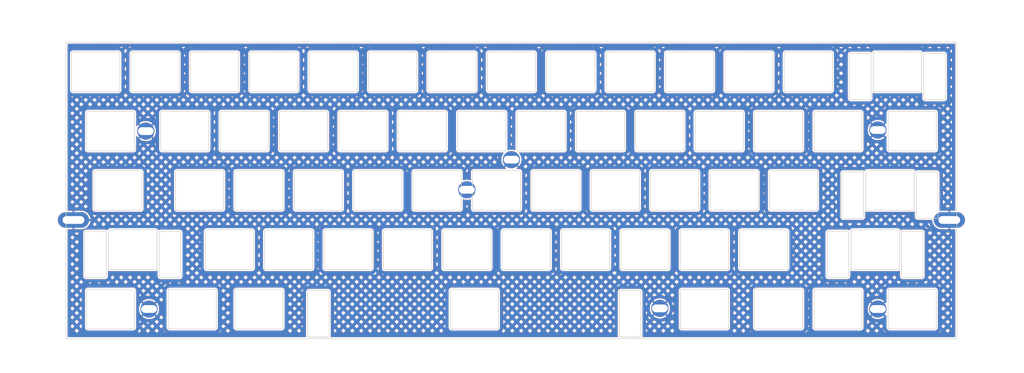
<source format=kicad_pcb>
(kicad_pcb (version 20211014) (generator pcbnew)
  (layers (0 "F.Cu" signal) (31 "B.Cu" signal) (34 "B.Paste" user) (35 "F.Paste" user) (36 "B.SilkS" user "B.Silkscreen") (37 "F.SilkS" user "F.Silkscreen") (38 "B.Mask" user) (39 "F.Mask" user) (44 "Edge.Cuts" user))
  (net 0 "")
  (net 1 "GND")
  (footprint "footprints:10x5_7x2.5mm" (layer "F.Cu") (at 2.381252 57.125)
    (fp_text reference "S4" hide)
    (fp_text value "Screw")
    (pad "1" thru_hole oval locked (at 0 0) (size 10 5) (drill oval 7 2.5) (layers *.Cu *.Mask) (net 1 "GND"))
  )
  (footprint "footprints:10x5_7x2.5mm" (layer "F.Cu") (at 283.368988 57.125)
    (fp_text reference "S5" hide)
    (fp_text value "Screw")
    (pad "1" thru_hole oval locked (at 0 0) (size 10 5) (drill oval 7 2.5) (layers *.Cu *.Mask) (net 1 "GND"))
  )
  (footprint "footprints:5.5_5x2.5mm" (layer "F.Cu") (at 26.625 85.725072)
    (fp_text reference "S8" hide)
    (fp_text value "Tofu screw")
    (pad "1" thru_hole circle locked (at 0 0) (size 5.5 5.5) (drill oval 5 2.5) (layers *.Cu *.Mask) (net 1 "GND"))
  )
  (footprint "footprints:5.5_5x2.5mm" (layer "F.Cu") (at 142.875 37.75)
    (fp_text reference "S7" hide)
    (fp_text value "Tofu screw")
    (pad "1" thru_hole circle locked (at 0 0) (size 5.5 5.5) (drill oval 5 2.5) (layers *.Cu *.Mask) (net 1 "GND"))
  )
  (footprint "footprints:5.5_5x2.5mm" (layer "F.Cu") (at 260.43 85.725072)
    (fp_text reference "S9" hide)
    (fp_text value "Tofu screw")
    (pad "1" thru_hole circle locked (at 0 0) (size 5.5 5.5) (drill oval 5 2.5) (layers *.Cu *.Mask) (net 1 "GND"))
  )
  (footprint "footprints:5.5_5x2.5mm" (layer "F.Cu") (at 260.425 28.22705)
    (fp_text reference "S2" hide)
    (fp_text value "Screw")
    (pad "1" thru_hole circle locked (at 0 0) (size 5.5 5.5) (drill oval 5 2.5) (layers *.Cu *.Mask) (net 1 "GND"))
  )
  (footprint "footprints:5.5_5x2.5mm" (layer "F.Cu") (at 25.6 28.575024)
    (fp_text reference "S1" hide)
    (fp_text value "Screw")
    (pad "1" thru_hole circle locked (at 0 0) (size 5.5 5.5) (drill oval 5 2.5) (layers *.Cu *.Mask) (net 1 "GND"))
  )
  (footprint "footprints:5.5_5x2.5mm" (layer "F.Cu") (at 128.587608 47.42504)
    (fp_text reference "S3" hide)
    (fp_text value "Screw")
    (pad "1" thru_hole circle locked (at 0 0) (size 5.5 5.5) (drill oval 5 2.5) (layers *.Cu *.Mask) (net 1 "GND"))
  )
  (footprint "footprints:5.5_5x2.5mm" (layer "F.Cu") (at 190.50016 85.525)
    (fp_text reference "S6" hide)
    (fp_text value "Screw")
    (pad "1" thru_hole circle locked (at 0 0) (size 5.5 5.5) (drill oval 5 2.5) (layers *.Cu *.Mask) (net 1 "GND"))
  )
  (gr_arc (start 149.9125 54.025) (mid 149.558947 53.878553) (end 149.4125 53.525) (layer "Edge.Cuts") (width 0.2))
  (gr_arc (start 40.375 15.925) (mid 40.021447 15.778553) (end 39.875 15.425) (layer "Edge.Cuts") (width 0.2))
  (gr_line (start 64.9 22.675) (end 64.9 34.475) (layer "Edge.Cuts") (width 0.2))
  (gr_line (start 282.138 4.025) (end 282.138 18.025) (layer "Edge.Cuts") (width 0.2))
  (gr_line (start 49.4 22.675) (end 49.4 34.475) (layer "Edge.Cuts") (width 0.2))
  (gr_line (start 73.2125 41.725) (end 73.2125 53.525) (layer "Edge.Cuts") (width 0.2))
  (gr_line (start 267.99425 61.175) (end 267.99425 75.175) (layer "Edge.Cuts") (width 0.2))
  (gr_line (start 216.5875 60.275) (end 231.0875 60.275) (layer "Edge.Cuts") (width 0.2))
  (gr_line (start 245.875 3.625) (end 245.875 15.425) (layer "Edge.Cuts") (width 0.2))
  (gr_arc (start 154.175 3.625) (mid 154.321447 3.271447) (end 154.675 3.125) (layer "Edge.Cuts") (width 0.2))
  (gr_line (start 279.75675 42.125) (end 279.75675 56.125) (layer "Edge.Cuts") (width 0.2))
  (gr_line (start 164.9125 41.725) (end 164.9125 53.525) (layer "Edge.Cuts") (width 0.2))
  (gr_arc (start 45.85 34.475) (mid 45.703553 34.828553) (end 45.35 34.975) (layer "Edge.Cuts") (width 0.2))
  (gr_arc (start 12.49325 60.675) (mid 12.846803 60.821447) (end 12.99325 61.175) (layer "Edge.Cuts") (width 0.2))
  (gr_line (start 93.475 3.625) (end 93.475 15.425) (layer "Edge.Cuts") (width 0.2))
  (gr_line (start 21.325 15.925) (end 35.825 15.925) (layer "Edge.Cuts") (width 0.2))
  (gr_arc (start 144.65 22.675) (mid 144.796447 22.321447) (end 145.15 22.175) (layer "Edge.Cuts") (width 0.2))
  (gr_line (start 29.18125 60.775) (end 29.18125 72.575) (layer "Edge.Cuts") (width 0.2))
  (gr_arc (start 273.95 3.125) (mid 274.303553 3.271447) (end 274.45 3.625) (layer "Edge.Cuts") (width 0.2))
  (gr_line (start 35.6125 41.225) (end 50.1125 41.225) (layer "Edge.Cuts") (width 0.2))
  (gr_line (start 173.725 15.925) (end 188.225 15.925) (layer "Edge.Cuts") (width 0.2))
  (gr_arc (start 278.7125 79.325) (mid 279.066053 79.471447) (end 279.2125 79.825) (layer "Edge.Cuts") (width 0.2))
  (gr_line (start 230.375 3.625) (end 230.375 15.425) (layer "Edge.Cuts") (width 0.2))
  (gr_line (start 244.61825 75.675) (end 250.61825 75.675) (layer "Edge.Cuts") (width 0.2))
  (gr_line (start 135.625 15.925) (end 150.125 15.925) (layer "Edge.Cuts") (width 0.2))
  (gr_line (start 184.46875 80.225) (end 184.46875 94.225) (layer "Edge.Cuts") (width 0.2))
  (gr_arc (start 188.0125 54.025) (mid 187.658947 53.878553) (end 187.5125 53.525) (layer "Edge.Cuts") (width 0.2))
  (gr_arc (start 135.8375 60.275) (mid 136.191053 60.421447) (end 136.3375 60.775) (layer "Edge.Cuts") (width 0.2))
  (gr_line (start 216.5875 73.075) (end 231.0875 73.075) (layer "Edge.Cuts") (width 0.2))
  (gr_arc (start 112.025 3.125) (mid 112.378553 3.271447) (end 112.525 3.625) (layer "Edge.Cuts") (width 0.2))
  (gr_arc (start 173.725 15.925) (mid 173.371447 15.778553) (end 173.225 15.425) (layer "Edge.Cuts") (width 0.2))
  (gr_line (start 183.9625 41.725) (end 183.9625 53.525) (layer "Edge.Cuts") (width 0.2))
  (gr_line (start 174.4375 60.775) (end 174.4375 72.575) (layer "Edge.Cuts") (width 0.2))
  (gr_arc (start 236.35 34.475) (mid 236.203553 34.828553) (end 235.85 34.975) (layer "Edge.Cuts") (width 0.2))
  (gr_line (start 173.725 3.125) (end 188.225 3.125) (layer "Edge.Cuts") (width 0.2))
  (gr_arc (start 116.075 3.625) (mid 116.221447 3.271447) (end 116.575 3.125) (layer "Edge.Cuts") (width 0.2))
  (gr_arc (start 154.8875 60.275) (mid 155.241053 60.421447) (end 155.3875 60.775) (layer "Edge.Cuts") (width 0.2))
  (gr_arc (start 159.65 22.175) (mid 160.003553 22.321447) (end 160.15 22.675) (layer "Edge.Cuts") (width 0.2))
  (gr_line (start 88 22.175) (end 102.5 22.175) (layer "Edge.Cuts") (width 0.2))
  (gr_arc (start 203.0125 53.525) (mid 202.866053 53.878553) (end 202.5125 54.025) (layer "Edge.Cuts") (width 0.2))
  (gr_line (start 188.0125 54.025) (end 202.5125 54.025) (layer "Edge.Cuts") (width 0.2))
  (gr_arc (start 212.0375 60.275) (mid 212.391053 60.421447) (end 212.5375 60.775) (layer "Edge.Cuts") (width 0.2))
  (gr_arc (start 22.0375 91.625) (mid 21.891053 91.978553) (end 21.5375 92.125) (layer "Edge.Cuts") (width 0.2))
  (gr_arc (start 6.5375 79.825) (mid 6.683947 79.471447) (end 7.0375 79.325) (layer "Edge.Cuts") (width 0.2))
  (gr_line (start 159.4375 73.075) (end 173.9375 73.075) (layer "Edge.Cuts") (width 0.2))
  (gr_line (start 45.85 22.675) (end 45.85 34.475) (layer "Edge.Cuts") (width 0.2))
  (gr_line (start 275.638 3.525) (end 281.638 3.525) (layer "Edge.Cuts") (width 0.2))
  (gr_line (start 158.9375 60.775) (end 158.9375 72.575) (layer "Edge.Cuts") (width 0.2))
  (gr_arc (start 122.05 34.475) (mid 121.903553 34.828553) (end 121.55 34.975) (layer "Edge.Cuts") (width 0.2))
  (gr_line (start 183.25 22.175) (end 197.75 22.175) (layer "Edge.Cuts") (width 0.2))
  (gr_arc (start 97.025 3.625) (mid 97.171447 3.271447) (end 97.525 3.125) (layer "Edge.Cuts") (width 0.2))
  (gr_arc (start 92.2625 41.725) (mid 92.408947 41.371447) (end 92.7625 41.225) (layer "Edge.Cuts") (width 0.2))
  (gr_line (start 273.25675 56.625) (end 279.25675 56.625) (layer "Edge.Cuts") (width 0.2))
  (gr_arc (start 256.56875 41.725) (mid 256.715197 41.371447) (end 257.06875 41.225) (layer "Edge.Cuts") (width 0.2))
  (gr_line (start 144.65 22.675) (end 144.65 34.475) (layer "Edge.Cuts") (width 0.2))
  (gr_line (start 131.575 3.625) (end 131.575 15.425) (layer "Edge.Cuts") (width 0.2))
  (gr_line (start 197.0375 60.775) (end 197.0375 72.575) (layer "Edge.Cuts") (width 0.2))
  (gr_line (start 264.2125 79.325) (end 278.7125 79.325) (layer "Edge.Cuts") (width 0.2))
  (gr_arc (start 149.4125 41.725) (mid 149.558947 41.371447) (end 149.9125 41.225) (layer "Edge.Cuts") (width 0.2))
  (gr_arc (start 188.725 15.425) (mid 188.578553 15.778553) (end 188.225 15.925) (layer "Edge.Cuts") (width 0.2))
  (gr_line (start 54.6625 79.325) (end 69.1625 79.325) (layer "Edge.Cuts") (width 0.2))
  (gr_arc (start 82.7375 60.775) (mid 82.883947 60.421447) (end 83.2375 60.275) (layer "Edge.Cuts") (width 0.2))
  (gr_line (start 13.68125 60.775) (end 13.68125 72.575) (layer "Edge.Cuts") (width 0.2))
  (gr_arc (start 150.125 3.125) (mid 150.478553 3.271447) (end 150.625 3.625) (layer "Edge.Cuts") (width 0.2))
  (gr_arc (start 278.7125 22.175) (mid 279.066053 22.321447) (end 279.2125 22.675) (layer "Edge.Cuts") (width 0.2))
  (gr_arc (start 258.262 18.025) (mid 258.115553 18.378553) (end 257.762 18.525) (layer "Edge.Cuts") (width 0.2))
  (gr_arc (start 163.7 22.675) (mid 163.846447 22.321447) (end 164.2 22.175) (layer "Edge.Cuts") (width 0.2))
  (gr_line (start 111.8125 54.025) (end 126.3125 54.025) (layer "Edge.Cuts") (width 0.2))
  (gr_line (start 178.4875 73.075) (end 192.9875 73.075) (layer "Edge.Cuts") (width 0.2))
  (gr_arc (start 197.5375 92.125) (mid 197.183947 91.978553) (end 197.0375 91.625) (layer "Edge.Cuts") (width 0.2))
  (gr_arc (start 123.21875 79.825) (mid 123.365197 79.471447) (end 123.71875 79.325) (layer "Edge.Cuts") (width 0.2))
  (gr_arc (start 49.4 22.675) (mid 49.546447 22.321447) (end 49.9 22.175) (layer "Edge.Cuts") (width 0.2))
  (gr_arc (start 207.275 3.125) (mid 207.628553 3.271447) (end 207.775 3.625) (layer "Edge.Cuts") (width 0.2))
  (gr_arc (start 54.6625 54.025) (mid 54.308947 53.878553) (end 54.1625 53.525) (layer "Edge.Cuts") (width 0.2))
  (gr_line (start 54.1625 79.825) (end 54.1625 91.625) (layer "Edge.Cuts") (width 0.2))
  (gr_arc (start 177.46875 80.225) (mid 177.615197 79.871447) (end 177.96875 79.725) (layer "Edge.Cuts") (width 0.2))
  (gr_arc (start 141.1 34.475) (mid 140.953553 34.828553) (end 140.6 34.975) (layer "Edge.Cuts") (width 0.2))
  (gr_arc (start 279.75675 56.125) (mid 279.610303 56.478553) (end 279.25675 56.625) (layer "Edge.Cuts") (width 0.2))
  (gr_line (start 139.8875 60.775) (end 139.8875 72.575) (layer "Edge.Cuts") (width 0.2))
  (gr_arc (start 44.6375 60.775) (mid 44.783947 60.421447) (end 45.1375 60.275) (layer "Edge.Cuts") (width 0.2))
  (gr_line (start 78.475 3.125) (end 92.975 3.125) (layer "Edge.Cuts") (width 0.2))
  (gr_line (start 259.45 15.925) (end 273.95 15.925) (layer "Edge.Cuts") (width 0.2))
  (gr_arc (start 78.6875 60.275) (mid 79.041053 60.421447) (end 79.1875 60.775) (layer "Edge.Cuts") (width 0.2))
  (gr_line (start 168.4625 41.725) (end 168.4625 53.525) (layer "Edge.Cuts") (width 0.2))
  (gr_arc (start 60.1375 72.575) (mid 59.991053 72.928553) (end 59.6375 73.075) (layer "Edge.Cuts") (width 0.2))
  (gr_line (start 20.825 3.625) (end 20.825 15.425) (layer "Edge.Cuts") (width 0.2))
  (gr_line (start 149.9125 54.025) (end 164.4125 54.025) (layer "Edge.Cuts") (width 0.2))
  (gr_line (start 30.85 22.175) (end 45.35 22.175) (layer "Edge.Cuts") (width 0.2))
  (gr_line (start 182.75 22.675) (end 182.75 34.475) (layer "Edge.Cuts") (width 0.2))
  (gr_arc (start 23.91875 41.225) (mid 24.272303 41.371447) (end 24.41875 41.725) (layer "Edge.Cuts") (width 0.2))
  (gr_line (start 12.99325 61.175) (end 12.99325 75.175) (layer "Edge.Cuts") (width 0.2))
  (gr_line (start 222.0625 41.725) (end 222.0625 53.525) (layer "Edge.Cuts") (width 0.2))
  (gr_arc (start 36.36925 60.675) (mid 36.722803 60.821447) (end 36.86925 61.175) (layer "Edge.Cuts") (width 0.2))
  (gr_arc (start 279.2125 91.625) (mid 279.066053 91.978553) (end 278.7125 92.125) (layer "Edge.Cuts") (width 0.2))
  (gr_arc (start 54.1625 41.725) (mid 54.308947 41.371447) (end 54.6625 41.225) (layer "Edge.Cuts") (width 0.2))
  (gr_line (start 59.425 3.125) (end 73.925 3.125) (layer "Edge.Cuts") (width 0.2))
  (gr_arc (start 138.71875 91.625) (mid 138.572303 91.978553) (end 138.21875 92.125) (layer "Edge.Cuts") (width 0.2))
  (gr_line (start 82.7375 60.775) (end 82.7375 72.575) (layer "Edge.Cuts") (width 0.2))
  (gr_arc (start 107.7625 53.525) (mid 107.616053 53.878553) (end 107.2625 54.025) (layer "Edge.Cuts") (width 0.2))
  (gr_line (start 177.9875 60.775) (end 177.9875 72.575) (layer "Edge.Cuts") (width 0.2))
  (gr_arc (start 240.4 34.975) (mid 240.046447 34.828553) (end 239.9 34.475) (layer "Edge.Cuts") (width 0.2))
  (gr_arc (start 35.6125 54.025) (mid 35.258947 53.878553) (end 35.1125 53.525) (layer "Edge.Cuts") (width 0.2))
  (gr_arc (start 131.075 3.125) (mid 131.428553 3.271447) (end 131.575 3.625) (layer "Edge.Cuts") (width 0.2))
  (gr_arc (start 178.4875 73.075) (mid 178.133947 72.928553) (end 177.9875 72.575) (layer "Edge.Cuts") (width 0.2))
  (gr_line (start 69.6625 79.825) (end 69.6625 91.625) (layer "Edge.Cuts") (width 0.2))
  (gr_arc (start 239.9 79.825) (mid 240.046447 79.471447) (end 240.4 79.325) (layer "Edge.Cuts") (width 0.2))
  (gr_arc (start 201.8 22.675) (mid 201.946447 22.321447) (end 202.3 22.175) (layer "Edge.Cuts") (width 0.2))
  (gr_arc (start 83.2375 73.075) (mid 82.883947 72.928553) (end 82.7375 72.575) (layer "Edge.Cuts") (width 0.2))
  (gr_line (start 240.4 92.125) (end 254.9 92.125) (layer "Edge.Cuts") (width 0.2))
  (gr_arc (start 77.46875 80.225) (mid 77.615197 79.871447) (end 77.96875 79.725) (layer "Edge.Cuts") (width 0.2))
  (gr_arc (start 245.375 3.125) (mid 245.728553 3.271447) (end 245.875 3.625) (layer "Edge.Cuts") (width 0.2))
  (gr_arc (start 226.325 3.125) (mid 226.678553 3.271447) (end 226.825 3.625) (layer "Edge.Cuts") (width 0.2))
  (gr_line (start 203.0125 41.725) (end 203.0125 53.525) (layer "Edge.Cuts") (width 0.2))
  (gr_line (start 177.46875 80.225) (end 177.46875 94.225) (layer "Edge.Cuts") (width 0.2))
  (gr_arc (start 24.41875 53.525) (mid 24.272303 53.878553) (end 23.91875 54.025) (layer "Edge.Cuts") (width 0.2))
  (gr_arc (start 226.825 15.425) (mid 226.678553 15.778553) (end 226.325 15.925) (layer "Edge.Cuts") (width 0.2))
  (gr_arc (start 39.875 3.625) (mid 40.021447 3.271447) (end 40.375 3.125) (layer "Edge.Cuts") (width 0.2))
  (gr_arc (start 183.96875 79.725) (mid 184.322303 79.871447) (end 184.46875 80.225) (layer "Edge.Cuts") (width 0.2))
  (gr_arc (start 281.638 3.525) (mid 281.991553 3.671447) (end 282.138 4.025) (layer "Edge.Cuts") (width 0.2))
  (gr_arc (start 63.6875 60.775) (mid 63.833947 60.421447) (end 64.1875 60.275) (layer "Edge.Cuts") (width 0.2))
  (gr_line (start 275.638 18.525) (end 281.638 18.525) (layer "Edge.Cuts") (width 0.2))
  (gr_arc (start 120.8375 60.775) (mid 120.983947 60.421447) (end 121.3375 60.275) (layer "Edge.Cuts") (width 0.2))
  (gr_arc (start 192.9875 60.275) (mid 193.341053 60.421447) (end 193.4875 60.775) (layer "Edge.Cuts") (width 0.2))
  (gr_line (start 130.8625 41.225) (end 145.3625 41.225) (layer "Edge.Cuts") (width 0.2))
  (gr_arc (start 197.75 22.175) (mid 198.103553 22.321447) (end 198.25 22.675) (layer "Edge.Cuts") (width 0.2))
  (gr_line (start 159.4375 60.275) (end 173.9375 60.275) (layer "Edge.Cuts") (width 0.2))
  (gr_line (start 123.71875 79.325) (end 138.21875 79.325) (layer "Edge.Cuts") (width 0.2))
  (gr_arc (start 158.9375 60.775) (mid 159.083947 60.421447) (end 159.4375 60.275) (layer "Edge.Cuts") (width 0.2))
  (gr_arc (start 183.9625 53.525) (mid 183.816053 53.878553) (end 183.4625 54.025) (layer "Edge.Cuts") (width 0.2))
  (gr_line (start 123.71875 92.125) (end 138.21875 92.125) (layer "Edge.Cuts") (width 0.2))
  (gr_arc (start 254.9 22.175) (mid 255.253553 22.321447) (end 255.4 22.675) (layer "Edge.Cuts") (width 0.2))
  (gr_arc (start 221.35 92.125) (mid 220.996447 91.978553) (end 220.85 91.625) (layer "Edge.Cuts") (width 0.2))
  (gr_arc (start 88 34.975) (mid 87.646447 34.828553) (end 87.5 34.475) (layer "Edge.Cuts") (width 0.2))
  (gr_line (start 54.1625 41.725) (end 54.1625 53.525) (layer "Edge.Cuts") (width 0.2))
  (gr_arc (start 169.675 15.425) (mid 169.528553 15.778553) (end 169.175 15.925) (layer "Edge.Cuts") (width 0.2))
  (gr_arc (start 30.85 34.975) (mid 30.496447 34.828553) (end 30.35 34.475) (layer "Edge.Cuts") (width 0.2))
  (gr_arc (start 235.85 22.175) (mid 236.203553 22.321447) (end 236.35 22.675) (layer "Edge.Cuts") (width 0.2))
  (gr_line (start 54.6625 54.025) (end 69.1625 54.025) (layer "Edge.Cuts") (width 0.2))
  (gr_arc (start 235.85 79.325) (mid 236.203553 79.471447) (end 236.35 79.825) (layer "Edge.Cuts") (width 0.2))
  (gr_arc (start 160.15 34.475) (mid 160.003553 34.828553) (end 159.65 34.975) (layer "Edge.Cuts") (width 0.2))
  (gr_arc (start 212.5375 91.625) (mid 212.391053 91.978553) (end 212.0375 92.125) (layer "Edge.Cuts") (width 0.2))
  (gr_arc (start 273.25675 56.625) (mid 272.903197 56.478553) (end 272.75675 56.125) (layer "Edge.Cuts") (width 0.2))
  (gr_arc (start 244.61825 75.675) (mid 244.264697 75.528553) (end 244.11825 75.175) (layer "Edge.Cuts") (width 0.2))
  (gr_line (start 149.9125 41.225) (end 164.4125 41.225) (layer "Edge.Cuts") (width 0.2))
  (gr_line (start 145.15 22.175) (end 159.65 22.175) (layer "Edge.Cuts") (width 0.2))
  (gr_line (start 285.75 95.25) (end 285.75 0) (layer "Edge.Cuts") (width 0.2))
  (gr_arc (start 68.45 22.675) (mid 68.596447 22.321447) (end 68.95 22.175) (layer "Edge.Cuts") (width 0.2))
  (gr_arc (start 68.95 34.975) (mid 68.596447 34.828553) (end 68.45 34.475) (layer "Edge.Cuts") (width 0.2))
  (gr_line (start 64.1875 60.275) (end 78.6875 60.275) (layer "Edge.Cuts") (width 0.2))
  (gr_line (start 44.6375 60.775) (end 44.6375 72.575) (layer "Edge.Cuts") (width 0.2))
  (gr_line (start 150.625 3.625) (end 150.625 15.425) (layer "Edge.Cuts") (width 0.2))
  (gr_line (start 60.1375 60.775) (end 60.1375 72.575) (layer "Edge.Cuts") (width 0.2))
  (gr_line (start 192.775 3.125) (end 207.275 3.125) (layer "Edge.Cuts") (width 0.2))
  (gr_arc (start 36.86925 75.175) (mid 36.722803 75.528553) (end 36.36925 75.675) (layer "Edge.Cuts") (width 0.2))
  (gr_arc (start 49.9 34.975) (mid 49.546447 34.828553) (end 49.4 34.475) (layer "Edge.Cuts") (width 0.2))
  (gr_line (start 8.91875 41.725) (end 8.91875 53.525) (layer "Edge.Cuts") (width 0.2))
  (gr_line (start 64.1875 73.075) (end 78.6875 73.075) (layer "Edge.Cuts") (width 0.2))
  (gr_arc (start 216.8 22.175) (mid 217.153553 22.321447) (end 217.3 22.675) (layer "Edge.Cuts") (width 0.2))
  (gr_line (start 83.95 22.675) (end 83.95 34.475) (layer "Edge.Cuts") (width 0.2))
  (gr_arc (start 121.55 22.175) (mid 121.903553 22.321447) (end 122.05 22.675) (layer "Edge.Cuts") (width 0.2))
  (gr_line (start 107.7625 41.725) (end 107.7625 53.525) (layer "Edge.Cuts") (width 0.2))
  (gr_line (start 21.325 3.125) (end 35.825 3.125) (layer "Edge.Cuts") (width 0.2))
  (gr_line (start 217.3 22.675) (end 217.3 34.475) (layer "Edge.Cuts") (width 0.2))
  (gr_arc (start 251.762 18.525) (mid 251.408447 18.378553) (end 251.262 18.025) (layer "Edge.Cuts") (width 0.2))
  (gr_line (start 36.325 3.625) (end 36.325 15.425) (layer "Edge.Cuts") (width 0.2))
  (gr_arc (start 248.88075 42.125) (mid 249.027197 41.771447) (end 249.38075 41.625) (layer "Edge.Cuts") (width 0.2))
  (gr_arc (start 255.88075 56.125) (mid 255.734303 56.478553) (end 255.38075 56.625) (layer "Edge.Cuts") (width 0.2))
  (gr_line (start 252.30625 60.275) (end 266.80625 60.275) (layer "Edge.Cuts") (width 0.2))
  (gr_line (start 257.06875 41.225) (end 271.56875 41.225) (layer "Edge.Cuts") (width 0.2))
  (gr_arc (start 179.2 34.475) (mid 179.053553 34.828553) (end 178.7 34.975) (layer "Edge.Cuts") (width 0.2))
  (gr_line (start 2.275 3.125) (end 16.775 3.125) (layer "Edge.Cuts") (width 0.2))
  (gr_arc (start 130.3625 41.725) (mid 130.508947 41.371447) (end 130.8625 41.225) (layer "Edge.Cuts") (width 0.2))
  (gr_line (start 50.6125 41.725) (end 50.6125 53.525) (layer "Edge.Cuts") (width 0.2))
  (gr_line (start 30.36925 60.675) (end 36.36925 60.675) (layer "Edge.Cuts") (width 0.2))
  (gr_line (start 98.2375 60.775) (end 98.2375 72.575) (layer "Edge.Cuts") (width 0.2))
  (gr_line (start 79.1875 60.775) (end 79.1875 72.575) (layer "Edge.Cuts") (width 0.2))
  (gr_arc (start 7.0375 92.125) (mid 6.683947 91.978553) (end 6.5375 91.625) (layer "Edge.Cuts") (width 0.2))
  (gr_arc (start 88.7125 53.525) (mid 88.566053 53.878553) (end 88.2125 54.025) (layer "Edge.Cuts") (width 0.2))
  (gr_line (start 17.275 3.625) (end 17.275 15.425) (layer "Edge.Cuts") (width 0.2))
  (gr_arc (start 21.5375 79.325) (mid 21.891053 79.471447) (end 22.0375 79.825) (layer "Edge.Cuts") (width 0.2))
  (gr_arc (start 16.775 3.125) (mid 17.128553 3.271447) (end 17.275 3.625) (layer "Edge.Cuts") (width 0.2))
  (gr_line (start 101.7875 60.775) (end 101.7875 72.575) (layer "Edge.Cuts") (width 0.2))
  (gr_arc (start 240.6125 41.225) (mid 240.966053 41.371447) (end 241.1125 41.725) (layer "Edge.Cuts") (width 0.2))
  (gr_arc (start 50.1125 41.225) (mid 50.466053 41.371447) (end 50.6125 41.725) (layer "Edge.Cuts") (width 0.2))
  (gr_arc (start 264.2125 34.975) (mid 263.858947 34.828553) (end 263.7125 34.475) (layer "Edge.Cuts") (width 0.2))
  (gr_line (start 121.3375 60.275) (end 135.8375 60.275) (layer "Edge.Cuts") (width 0.2))
  (gr_arc (start 164.9125 53.525) (mid 164.766053 53.878553) (end 164.4125 54.025) (layer "Edge.Cuts") (width 0.2))
  (gr_line (start 197.5375 79.325) (end 212.0375 79.325) (layer "Edge.Cuts") (width 0.2))
  (gr_line (start 202.3 22.175) (end 216.8 22.175) (layer "Edge.Cuts") (width 0.2))
  (gr_arc (start 54.6625 92.125) (mid 54.308947 91.978553) (end 54.1625 91.625) (layer "Edge.Cuts") (width 0.2))
  (gr_arc (start 69.6625 91.625) (mid 69.516053 91.978553) (end 69.1625 92.125) (layer "Edge.Cuts") (width 0.2))
  (gr_line (start 112.525 3.625) (end 112.525 15.425) (layer "Edge.Cuts") (width 0.2))
  (gr_line (start 48.23125 79.825) (end 48.23125 91.625) (layer "Edge.Cuts") (width 0.2))
  (gr_arc (start 58.925 3.625) (mid 59.071447 3.271447) (end 59.425 3.125) (layer "Edge.Cuts") (width 0.2))
  (gr_line (start 92.7625 41.225) (end 107.2625 41.225) (layer "Edge.Cuts") (width 0.2))
  (gr_arc (start 64.9 34.475) (mid 64.753553 34.828553) (end 64.4 34.975) (layer "Edge.Cuts") (width 0.2))
  (gr_arc (start 47.73125 79.325) (mid 48.084803 79.471447) (end 48.23125 79.825) (layer "Edge.Cuts") (width 0.2))
  (gr_line (start 7.0375 22.175) (end 21.5375 22.175) (layer "Edge.Cuts") (width 0.2))
  (gr_line (start 207.0625 54.025) (end 221.5625 54.025) (layer "Edge.Cuts") (width 0.2))
  (gr_line (start 226.1125 41.225) (end 240.6125 41.225) (layer "Edge.Cuts") (width 0.2))
  (gr_arc (start 177.9875 60.775) (mid 178.133947 60.421447) (end 178.4875 60.275) (layer "Edge.Cuts") (width 0.2))
  (gr_line (start 140.3875 73.075) (end 154.8875 73.075) (layer "Edge.Cuts") (width 0.2))
  (gr_line (start 272.06875 41.725) (end 272.06875 53.525) (layer "Edge.Cuts") (width 0.2))
  (gr_arc (start 267.99425 61.175) (mid 268.140697 60.821447) (end 268.49425 60.675) (layer "Edge.Cuts") (width 0.2))
  (gr_line (start 216.0875 60.775) (end 216.0875 72.575) (layer "Edge.Cuts") (width 0.2))
  (gr_line (start 32.73125 79.825) (end 32.73125 91.625) (layer "Edge.Cuts") (width 0.2))
  (gr_arc (start 145.3625 41.225) (mid 145.716053 41.371447) (end 145.8625 41.725) (layer "Edge.Cuts") (width 0.2))
  (gr_line (start 188.0125 41.225) (end 202.5125 41.225) (layer "Edge.Cuts") (width 0.2))
  (gr_arc (start 168.4625 41.725) (mid 168.608947 41.371447) (end 168.9625 41.225) (layer "Edge.Cuts") (width 0.2))
  (gr_line (start 130.3625 41.725) (end 130.3625 53.525) (layer "Edge.Cuts") (width 0.2))
  (gr_line (start 241.1125 41.725) (end 241.1125 53.525) (layer "Edge.Cuts") (width 0.2))
  (gr_line (start 6.5375 22.675) (end 6.5375 34.475) (layer "Edge.Cuts") (width 0.2))
  (gr_arc (start 17.275 15.425) (mid 17.128553 15.778553) (end 16.775 15.925) (layer "Edge.Cuts") (width 0.2))
  (gr_line (start 220.85 79.825) (end 220.85 91.625) (layer "Edge.Cuts") (width 0.2))
  (gr_line (start 6.49325 75.675) (end 12.49325 75.675) (layer "Edge.Cuts") (width 0.2))
  (gr_arc (start 272.06875 53.525) (mid 271.922303 53.878553) (end 271.56875 54.025) (layer "Edge.Cuts") (width 0.2))
  (gr_line (start 135.125 3.625) (end 135.125 15.425) (layer "Edge.Cuts") (width 0.2))
  (gr_line (start 155.3875 60.775) (end 155.3875 72.575) (layer "Edge.Cuts") (width 0.2))
  (gr_line (start 126.1 34.975) (end 140.6 34.975) (layer "Edge.Cuts") (width 0.2))
  (gr_arc (start 74.425 15.425) (mid 74.278553 15.778553) (end 73.925 15.925) (layer "Edge.Cuts") (width 0.2))
  (gr_arc (start 83.96875 79.725) (mid 84.322303 79.871447) (end 84.46875 80.225) (layer "Edge.Cuts") (width 0.2))
  (gr_line (start 77.46875 80.225) (end 77.46875 94.225) (layer "Edge.Cuts") (width 0.2))
  (gr_arc (start 252.30625 73.075) (mid 251.952697 72.928553) (end 251.80625 72.575) (layer "Edge.Cuts") (width 0.2))
  (gr_arc (start 93.475 15.425) (mid 93.328553 15.778553) (end 92.975 15.925) (layer "Edge.Cuts") (width 0.2))
  (gr_line (start 251.762 18.525) (end 257.762 18.525) (layer "Edge.Cuts") (width 0.2))
  (gr_arc (start 102.2875 73.075) (mid 101.933947 72.928553) (end 101.7875 72.575) (layer "Edge.Cuts") (width 0.2))
  (gr_line (start 251.262 4.025) (end 251.262 18.025) (layer "Edge.Cuts") (width 0.2))
  (gr_line (start 274.45 3.625) (end 274.45 15.425) (layer "Edge.Cuts") (width 0.2))
  (gr_line (start 9.41875 54.025) (end 23.91875 54.025) (layer "Edge.Cuts") (width 0.2))
  (gr_arc (start 135.625 15.925) (mid 135.271447 15.778553) (end 135.125 15.425) (layer "Edge.Cuts") (width 0.2))
  (gr_line (start 54.6625 92.125) (end 69.1625 92.125) (layer "Edge.Cuts") (width 0.2))
  (gr_arc (start 236.35 91.625) (mid 236.203553 91.978553) (end 235.85 92.125) (layer "Edge.Cuts") (width 0.2))
  (gr_arc (start 275.138 4.025) (mid 275.284447 3.671447) (end 275.638 3.525) (layer "Edge.Cuts") (width 0.2))
  (gr_line (start 58.925 3.625) (end 58.925 15.425) (layer "Edge.Cuts") (width 0.2))
  (gr_arc (start 12.99325 75.175) (mid 12.846803 75.528553) (end 12.49325 75.675) (layer "Edge.Cuts") (width 0.2))
  (gr_arc (start 254.9 79.325) (mid 255.253553 79.471447) (end 255.4 79.825) (layer "Edge.Cuts") (width 0.2))
  (gr_arc (start 259.45 15.925) (mid 259.096447 15.778553) (end 258.95 15.425) (layer "Edge.Cuts") (width 0.2))
  (gr_line (start 220.85 22.675) (end 220.85 34.475) (layer "Edge.Cuts") (width 0.2))
  (gr_arc (start 197.5375 73.075) (mid 197.183947 72.928553) (end 197.0375 72.575) (layer "Edge.Cuts") (width 0.2))
  (gr_line (start 30.35 22.675) (end 30.35 34.475) (layer "Edge.Cuts") (width 0.2))
  (gr_line (start 73.7125 54.025) (end 88.2125 54.025) (layer "Edge.Cuts") (width 0.2))
  (gr_line (start 24.41875 41.725) (end 24.41875 53.525) (layer "Edge.Cuts") (width 0.2))
  (gr_arc (start 140.3875 73.075) (mid 140.033947 72.928553) (end 139.8875 72.575) (layer "Edge.Cuts") (width 0.2))
  (gr_line (start 207.775 3.625) (end 207.775 15.425) (layer "Edge.Cuts") (width 0.2))
  (gr_line (start 178.4875 60.275) (end 192.9875 60.275) (layer "Edge.Cuts") (width 0.2))
  (gr_line (start 138.71875 79.825) (end 138.71875 91.625) (layer "Edge.Cuts") (width 0.2))
  (gr_line (start 279.2125 79.825) (end 279.2125 91.625) (layer "Edge.Cuts") (width 0.2))
  (gr_line (start 274.99425 61.175) (end 274.99425 75.175) (layer "Edge.Cuts") (width 0.2))
  (gr_line (start 236.35 79.825) (end 236.35 91.625) (layer "Edge.Cuts") (width 0.2))
  (gr_arc (start 59.6375 60.275) (mid 59.991053 60.421447) (end 60.1375 60.775) (layer "Edge.Cuts") (width 0.2))
  (gr_line (start 22.0375 79.825) (end 22.0375 91.625) (layer "Edge.Cuts") (width 0.2))
  (gr_line (start 168.9625 41.225) (end 183.4625 41.225) (layer "Edge.Cuts") (width 0.2))
  (gr_arc (start 30.35 22.675) (mid 30.496447 22.321447) (end 30.85 22.175) (layer "Edge.Cuts") (width 0.2))
  (gr_line (start 163.7 22.675) (end 163.7 34.475) (layer "Edge.Cuts") (width 0.2))
  (gr_line (start 154.675 3.125) (end 169.175 3.125) (layer "Edge.Cuts") (width 0.2))
  (gr_line (start 111.3125 41.725) (end 111.3125 53.525) (layer "Edge.Cuts") (width 0.2))
  (gr_arc (start 88.2125 41.225) (mid 88.566053 41.371447) (end 88.7125 41.725) (layer "Edge.Cuts") (width 0.2))
  (gr_arc (start 249.38075 56.625) (mid 249.027197 56.478553) (end 248.88075 56.125) (layer "Edge.Cuts") (width 0.2))
  (gr_line (start 74.425 3.625) (end 74.425 15.425) (layer "Edge.Cuts") (width 0.2))
  (gr_line (start 0 0) (end 285.75 0) (layer "Edge.Cuts") (width 0.2))
  (gr_arc (start 178.7 22.175) (mid 179.053553 22.321447) (end 179.2 22.675) (layer "Edge.Cuts") (width 0.2))
  (gr_arc (start 212.5375 72.575) (mid 212.391053 72.928553) (end 212.0375 73.075) (layer "Edge.Cuts") (width 0.2))
  (gr_line (start 116.575 15.925) (end 131.075 15.925) (layer "Edge.Cuts") (width 0.2))
  (gr_line (start 267.30625 60.775) (end 267.30625 72.575) (layer "Edge.Cuts") (width 0.2))
  (gr_arc (start 266.80625 60.275) (mid 267.159803 60.421447) (end 267.30625 60.775) (layer "Edge.Cuts") (width 0.2))
  (gr_arc (start 84.46875 94.225) (mid 84.322303 94.578553) (end 83.96875 94.725) (layer "Edge.Cuts") (width 0.2))
  (gr_arc (start 225.6125 41.725) (mid 225.758947 41.371447) (end 226.1125 41.225) (layer "Edge.Cuts") (width 0.2))
  (gr_line (start 207.0625 41.225) (end 221.5625 41.225) (layer "Edge.Cuts") (width 0.2))
  (gr_line (start 88.7125 41.725) (end 88.7125 53.525) (layer "Edge.Cuts") (width 0.2))
  (gr_arc (start 231.0875 60.275) (mid 231.441053 60.421447) (end 231.5875 60.775) (layer "Edge.Cuts") (width 0.2))
  (gr_arc (start 92.7625 54.025) (mid 92.408947 53.878553) (end 92.2625 53.525) (layer "Edge.Cuts") (width 0.2))
  (gr_line (start 77.96875 94.725) (end 83.96875 94.725) (layer "Edge.Cuts") (width 0.2))
  (gr_line (start 212.5375 79.825) (end 212.5375 91.625) (layer "Edge.Cuts") (width 0.2))
  (gr_arc (start 69.6625 53.525) (mid 69.516053 53.878553) (end 69.1625 54.025) (layer "Edge.Cuts") (width 0.2))
  (gr_line (start 251.11825 61.175) (end 251.11825 75.175) (layer "Edge.Cuts") (width 0.2))
  (gr_line (start 188.725 3.625) (end 188.725 15.425) (layer "Edge.Cuts") (width 0.2))
  (gr_line (start 268.49425 60.675) (end 274.49425 60.675) (layer "Edge.Cuts") (width 0.2))
  (gr_arc (start 28.68125 60.275) (mid 29.034803 60.421447) (end 29.18125 60.775) (layer "Edge.Cuts") (width 0.2))
  (gr_arc (start 202.3 34.975) (mid 201.946447 34.828553) (end 201.8 34.475) (layer "Edge.Cuts") (width 0.2))
  (gr_arc (start 264.2125 92.125) (mid 263.858947 91.978553) (end 263.7125 91.625) (layer "Edge.Cuts") (width 0.2))
  (gr_arc (start 257.06875 54.025) (mid 256.715197 53.878553) (end 256.56875 53.525) (layer "Edge.Cuts") (width 0.2))
  (gr_arc (start 138.21875 79.325) (mid 138.572303 79.471447) (end 138.71875 79.825) (layer "Edge.Cuts") (width 0.2))
  (gr_line (start 45.1375 60.275) (end 59.6375 60.275) (layer "Edge.Cuts") (width 0.2))
  (gr_line (start 230.875 3.125) (end 245.375 3.125) (layer "Edge.Cuts") (width 0.2))
  (gr_arc (start 184.46875 94.225) (mid 184.322303 94.578553) (end 183.96875 94.725) (layer "Edge.Cuts") (width 0.2))
  (gr_arc (start 226.1125 54.025) (mid 225.758947 53.878553) (end 225.6125 53.525) (layer "Edge.Cuts") (width 0.2))
  (gr_line (start 198.25 22.675) (end 198.25 34.475) (layer "Edge.Cuts") (width 0.2))
  (gr_line (start 55.375 3.625) (end 55.375 15.425) (layer "Edge.Cuts") (width 0.2))
  (gr_line (start 279.2125 22.675) (end 279.2125 34.475) (layer "Edge.Cuts") (width 0.2))
  (gr_line (start 211.325 3.625) (end 211.325 15.425) (layer "Edge.Cuts") (width 0.2))
  (gr_line (start 117.2875 60.775) (end 117.2875 72.575) (layer "Edge.Cuts") (width 0.2))
  (gr_line (start 211.825 3.125) (end 226.325 3.125) (layer "Edge.Cuts") (width 0.2))
  (gr_line (start 7.0375 92.125) (end 21.5375 92.125) (layer "Edge.Cuts") (width 0.2))
  (gr_line (start 177.96875 79.725) (end 183.96875 79.725) (layer "Edge.Cuts") (width 0.2))
  (gr_line (start 168.9625 54.025) (end 183.4625 54.025) (layer "Edge.Cuts") (width 0.2))
  (gr_line (start 6.5375 79.825) (end 6.5375 91.625) (layer "Edge.Cuts") (width 0.2))
  (gr_arc (start 35.825 3.125) (mid 36.178553 3.271447) (end 36.325 3.625) (layer "Edge.Cuts") (width 0.2))
  (gr_arc (start 48.23125 91.625) (mid 48.084803 91.978553) (end 47.73125 92.125) (layer "Edge.Cuts") (width 0.2))
  (gr_arc (start 116.575 15.925) (mid 116.221447 15.778553) (end 116.075 15.425) (layer "Edge.Cuts") (width 0.2))
  (gr_arc (start 177.96875 94.725) (mid 177.615197 94.578553) (end 177.46875 94.225) (layer "Edge.Cuts") (width 0.2))
  (gr_line (start 92.2625 41.725) (end 92.2625 53.525) (layer "Edge.Cuts") (width 0.2))
  (gr_arc (start 241.1125 53.525) (mid 240.966053 53.878553) (end 240.6125 54.025) (layer "Edge.Cuts") (width 0.2))
  (gr_arc (start 217.3 34.475) (mid 217.153553 34.828553) (end 216.8 34.975) (layer "Edge.Cuts") (width 0.2))
  (gr_arc (start 216.5875 73.075) (mid 216.233947 72.928553) (end 216.0875 72.575) (layer "Edge.Cuts") (width 0.2))
  (gr_arc (start 257.762 3.525) (mid 258.115553 3.671447) (end 258.262 4.025) (layer "Edge.Cuts") (width 0.2))
  (gr_arc (start 45.35 22.175) (mid 45.703553 22.321447) (end 45.85 22.675) (layer "Edge.Cuts") (width 0.2))
  (gr_arc (start 29.86925 61.175) (mid 30.015697 60.821447) (end 30.36925 60.675) (layer "Edge.Cuts") (width 0.2))
  (gr_line (start 106.55 22.675) (end 106.55 34.475) (layer "Edge.Cuts") (width 0.2))
  (gr_arc (start 279.25675 41.625) (mid 279.610303 41.771447) (end 279.75675 42.125) (layer "Edge.Cuts") (width 0.2))
  (gr_arc (start 255.4 91.625) (mid 255.253553 91.978553) (end 254.9 92.125) (layer "Edge.Cuts") (width 0.2))
  (gr_arc (start 251.262 4.025) (mid 251.408447 3.671447) (end 251.762 3.525) (layer "Edge.Cuts") (width 0.2))
  (gr_arc (start 103 34.475) (mid 102.853553 34.828553) (end 102.5 34.975) (layer "Edge.Cuts") (width 0.2))
  (gr_line (start 68.45 22.675) (end 68.45 34.475) (layer "Edge.Cuts") (width 0.2))
  (gr_arc (start 54.875 3.125) (mid 55.228553 3.271447) (end 55.375 3.625) (layer "Edge.Cuts") (width 0.2))
  (gr_line (start 255.88075 42.125) (end 255.88075 56.125) (layer "Edge.Cuts") (width 0.2))
  (gr_line (start 201.8 22.675) (end 201.8 34.475) (layer "Edge.Cuts") (width 0.2))
  (gr_arc (start 1.775 3.625) (mid 1.921447 3.271447) (end 2.275 3.125) (layer "Edge.Cuts") (width 0.2))
  (gr_line (start 130.8625 54.025) (end 145.3625 54.025) (layer "Edge.Cuts") (width 0.2))
  (gr_line (start 221.35 22.175) (end 235.85 22.175) (layer "Edge.Cuts") (width 0.2))
  (gr_line (start 257.06875 54.025) (end 271.56875 54.025) (layer "Edge.Cuts") (width 0.2))
  (gr_line (start 263.7125 79.825) (end 263.7125 91.625) (layer "Edge.Cuts") (width 0.2))
  (gr_arc (start 101.7875 60.775) (mid 101.933947 60.421447) (end 102.2875 60.275) (layer "Edge.Cuts") (width 0.2))
  (gr_line (start 149.4125 41.725) (end 149.4125 53.525) (layer "Edge.Cuts") (width 0.2))
  (gr_arc (start 111.3125 41.725) (mid 111.458947 41.371447) (end 111.8125 41.225) (layer "Edge.Cuts") (width 0.2))
  (gr_line (start 102.2875 73.075) (end 116.7875 73.075) (layer "Edge.Cuts") (width 0.2))
  (gr_line (start 69.6625 41.725) (end 69.6625 53.525) (layer "Edge.Cuts") (width 0.2))
  (gr_arc (start 92.975 3.125) (mid 93.328553 3.271447) (end 93.475 3.625) (layer "Edge.Cuts") (width 0.2))
  (gr_arc (start 197.0375 60.775) (mid 197.183947 60.421447) (end 197.5375 60.275) (layer "Edge.Cuts") (width 0.2))
  (gr_line (start 177.96875 94.725) (end 183.96875 94.725) (layer "Edge.Cuts") (width 0.2))
  (gr_line (start 125.6 22.675) (end 125.6 34.475) (layer "Edge.Cuts") (width 0.2))
  (gr_arc (start 69.1625 79.325) (mid 69.516053 79.471447) (end 69.6625 79.825) (layer "Edge.Cuts") (width 0.2))
  (gr_arc (start 182.75 22.675) (mid 182.896447 22.321447) (end 183.25 22.175) (layer "Edge.Cuts") (width 0.2))
  (gr_arc (start 87.5 22.675) (mid 87.646447 22.321447) (end 88 22.175) (layer "Edge.Cuts") (width 0.2))
  (gr_arc (start 136.3375 72.575) (mid 136.191053 72.928553) (end 135.8375 73.075) (layer "Edge.Cuts") (width 0.2))
  (gr_line (start 179.2 22.675) (end 179.2 34.475) (layer "Edge.Cuts") (width 0.2))
  (gr_line (start 88 34.975) (end 102.5 34.975) (layer "Edge.Cuts") (width 0.2))
  (gr_arc (start 97.525 15.925) (mid 97.171447 15.778553) (end 97.025 15.425) (layer "Edge.Cuts") (width 0.2))
  (gr_arc (start 164.2 34.975) (mid 163.846447 34.828553) (end 163.7 34.475) (layer "Edge.Cuts") (width 0.2))
  (gr_arc (start 274.45 15.425) (mid 274.303553 15.778553) (end 273.95 15.925) (layer "Edge.Cuts") (width 0.2))
  (gr_arc (start 279.2125 34.475) (mid 279.066053 34.828553) (end 278.7125 34.975) (layer "Edge.Cuts") (width 0.2))
  (gr_line (start 83.2375 73.075) (end 97.7375 73.075) (layer "Edge.Cuts") (width 0.2))
  (gr_arc (start 106.55 22.675) (mid 106.696447 22.321447) (end 107.05 22.175) (layer "Edge.Cuts") (width 0.2))
  (gr_line (start 145.8625 41.725) (end 145.8625 53.525) (layer "Edge.Cuts") (width 0.2))
  (gr_arc (start 22.0375 34.475) (mid 21.891053 34.828553) (end 21.5375 34.975) (layer "Edge.Cuts") (width 0.2))
  (gr_arc (start 267.30625 72.575) (mid 267.159803 72.928553) (end 266.80625 73.075) (layer "Edge.Cuts") (width 0.2))
  (gr_arc (start 20.825 3.625) (mid 20.971447 3.271447) (end 21.325 3.125) (layer "Edge.Cuts") (width 0.2))
  (gr_arc (start 183.25 34.975) (mid 182.896447 34.828553) (end 182.75 34.475) (layer "Edge.Cuts") (width 0.2))
  (gr_arc (start 240.4 92.125) (mid 240.046447 91.978553) (end 239.9 91.625) (layer "Edge.Cuts") (width 0.2))
  (gr_line (start 256.56875 41.725) (end 256.56875 53.525) (layer "Edge.Cuts") (width 0.2))
  (gr_arc (start 207.0625 54.025) (mid 206.708947 53.878553) (end 206.5625 53.525) (layer "Edge.Cuts") (width 0.2))
  (gr_arc (start 192.275 3.625) (mid 192.421447 3.271447) (end 192.775 3.125) (layer "Edge.Cuts") (width 0.2))
  (gr_arc (start 29.18125 72.575) (mid 29.034803 72.928553) (end 28.68125 73.075) (layer "Edge.Cuts") (width 0.2))
  (gr_line (start 29.86925 61.175) (end 29.86925 75.175) (layer "Edge.Cuts") (width 0.2))
  (gr_arc (start 220.85 79.825) (mid 220.996447 79.471447) (end 221.35 79.325) (layer "Edge.Cuts") (width 0.2))
  (gr_arc (start 102.5 22.175) (mid 102.853553 22.321447) (end 103 22.675) (layer "Edge.Cuts") (width 0.2))
  (gr_line (start 78.475 15.925) (end 92.975 15.925) (layer "Edge.Cuts") (width 0.2))
  (gr_line (start 268.49425 75.675) (end 274.49425 75.675) (layer "Edge.Cuts") (width 0.2))
  (gr_line (start 2.275 15.925) (end 16.775 15.925) (layer "Edge.Cuts") (width 0.2))
  (gr_line (start 97.025 3.625) (end 97.025 15.425) (layer "Edge.Cuts") (width 0.2))
  (gr_arc (start 33.23125 92.125) (mid 32.877697 91.978553) (end 32.73125 91.625) (layer "Edge.Cuts") (width 0.2))
  (gr_arc (start 107.2625 41.225) (mid 107.616053 41.371447) (end 107.7625 41.725) (layer "Edge.Cuts") (width 0.2))
  (gr_line (start 197.5375 60.275) (end 212.0375 60.275) (layer "Edge.Cuts") (width 0.2))
  (gr_arc (start 13.68125 60.775) (mid 13.827697 60.421447) (end 14.18125 60.275) (layer "Edge.Cuts") (width 0.2))
  (gr_line (start 264.2125 92.125) (end 278.7125 92.125) (layer "Edge.Cuts") (width 0.2))
  (gr_line (start 14.18125 60.275) (end 28.68125 60.275) (layer "Edge.Cuts") (width 0.2))
  (gr_line (start 77.975 3.625) (end 77.975 15.425) (layer "Edge.Cuts") (width 0.2))
  (gr_line (start 226.825 3.625) (end 226.825 15.425) (layer "Edge.Cuts") (width 0.2))
  (gr_arc (start 263.7125 79.825) (mid 263.858947 79.471447) (end 264.2125 79.325) (layer "Edge.Cuts") (width 0.2))
  (gr_arc (start 202.5125 41.225) (mid 202.866053 41.371447) (end 203.0125 41.725) (layer "Edge.Cuts") (width 0.2))
  (gr_line (start 77.96875 79.725) (end 83.96875 79.725) (layer "Edge.Cuts") (width 0.2))
  (gr_line (start 5.99325 61.175) (end 5.99325 75.175) (layer "Edge.Cuts") (width 0.2))
  (gr_arc (start 221.35 34.975) (mid 220.996447 34.828553) (end 220.85 34.475) (layer "Edge.Cuts") (width 0.2))
  (gr_arc (start 6.49325 75.675) (mid 6.139697 75.528553) (end 5.99325 75.175) (layer "Edge.Cuts") (width 0.2))
  (gr_arc (start 271.56875 41.225) (mid 271.922303 41.371447) (end 272.06875 41.725) (layer "Edge.Cuts") (width 0.2))
  (gr_line (start 68.95 34.975) (end 83.45 34.975) (layer "Edge.Cuts") (width 0.2))
  (gr_line (start 259.45 3.125) (end 273.95 3.125) (layer "Edge.Cuts") (width 0.2))
  (gr_line (start 126.8125 41.725) (end 126.8125 53.525) (layer "Edge.Cuts") (width 0.2))
  (gr_arc (start 126.1 34.975) (mid 125.746447 34.828553) (end 125.6 34.475) (layer "Edge.Cuts") (width 0.2))
  (gr_arc (start 164.4125 41.225) (mid 164.766053 41.371447) (end 164.9125 41.725) (layer "Edge.Cuts") (width 0.2))
  (gr_line (start 0 95.25) (end 285.75 95.25) (layer "Edge.Cuts") (width 0.2))
  (gr_arc (start 21.5375 22.175) (mid 21.891053 22.321447) (end 22.0375 22.675) (layer "Edge.Cuts") (width 0.2))
  (gr_line (start 87.5 22.675) (end 87.5 34.475) (layer "Edge.Cuts") (width 0.2))
  (gr_line (start 197.0375 79.825) (end 197.0375 91.625) (layer "Edge.Cuts") (width 0.2))
  (gr_line (start 160.15 22.675) (end 160.15 34.475) (layer "Edge.Cuts") (width 0.2))
  (gr_arc (start 83.45 22.175) (mid 83.803553 22.321447) (end 83.95 22.675) (layer "Edge.Cuts") (width 0.2))
  (gr_arc (start 117.2875 72.575) (mid 117.141053 72.928553) (end 116.7875 73.075) (layer "Edge.Cuts") (width 0.2))
  (gr_arc (start 21.325 15.925) (mid 20.971447 15.778553) (end 20.825 15.425) (layer "Edge.Cuts") (width 0.2))
  (gr_arc (start 126.3125 41.225) (mid 126.666053 41.371447) (end 126.8125 41.725) (layer "Edge.Cuts") (width 0.2))
  (gr_arc (start 150.625 15.425) (mid 150.478553 15.778553) (end 150.125 15.925) (layer "Edge.Cuts") (width 0.2))
  (gr_line (start 236.35 22.675) (end 236.35 34.475) (layer "Edge.Cuts") (width 0.2))
  (gr_line (start 192.775 15.925) (end 207.275 15.925) (layer "Edge.Cuts") (width 0.2))
  (gr_arc (start 64.4 22.175) (mid 64.753553 22.321447) (end 64.9 22.675) (layer "Edge.Cuts") (width 0.2))
  (gr_line (start 225.6125 41.725) (end 225.6125 53.525) (layer "Edge.Cuts") (width 0.2))
  (gr_arc (start 78.475 15.925) (mid 78.121447 15.778553) (end 77.975 15.425) (layer "Edge.Cuts") (width 0.2))
  (gr_arc (start 6.5375 22.675) (mid 6.683947 22.321447) (end 7.0375 22.175) (layer "Edge.Cuts") (width 0.2))
  (gr_arc (start 59.425 15.925) (mid 59.071447 15.778553) (end 58.925 15.425) (layer "Edge.Cuts") (width 0.2))
  (gr_arc (start 272.75675 42.125) (mid 272.903197 41.771447) (end 273.25675 41.625) (layer "Edge.Cuts") (width 0.2))
  (gr_line (start 226.1125 54.025) (end 240.6125 54.025) (layer "Edge.Cuts") (width 0.2))
  (gr_arc (start 274.99425 75.175) (mid 274.847803 75.528553) (end 274.49425 75.675) (layer "Edge.Cuts") (width 0.2))
  (gr_line (start 169.675 3.625) (end 169.675 15.425) (layer "Edge.Cuts") (width 0.2))
  (gr_arc (start 187.5125 41.725) (mid 187.658947 41.371447) (end 188.0125 41.225) (layer "Edge.Cuts") (width 0.2))
  (gr_arc (start 154.675 15.925) (mid 154.321447 15.778553) (end 154.175 15.425) (layer "Edge.Cuts") (width 0.2))
  (gr_line (start 111.8125 41.225) (end 126.3125 41.225) (layer "Edge.Cuts") (width 0.2))
  (gr_line (start 123.21875 79.825) (end 123.21875 91.625) (layer "Edge.Cuts") (width 0.2))
  (gr_arc (start 211.825 15.925) (mid 211.471447 15.778553) (end 211.325 15.425) (layer "Edge.Cuts") (width 0.2))
  (gr_arc (start 173.9375 60.275) (mid 174.291053 60.421447) (end 174.4375 60.775) (layer "Edge.Cuts") (width 0.2))
  (gr_line (start 49.9 34.975) (end 64.4 34.975) (layer "Edge.Cuts") (width 0.2))
  (gr_arc (start 139.8875 60.775) (mid 140.033947 60.421447) (end 140.3875 60.275) (layer "Edge.Cuts") (width 0.2))
  (gr_line (start 92.7625 54.025) (end 107.2625 54.025) (layer "Edge.Cuts") (width 0.2))
  (gr_line (start 35.1125 41.725) (end 35.1125 53.525) (layer "Edge.Cuts") (width 0.2))
  (gr_arc (start 212.0375 79.325) (mid 212.391053 79.471447) (end 212.5375 79.825) (layer "Edge.Cuts") (width 0.2))
  (gr_arc (start 54.1625 79.825) (mid 54.308947 79.471447) (end 54.6625 79.325) (layer "Edge.Cuts") (width 0.2))
  (gr_line (start 63.6875 60.775) (end 63.6875 72.575) (layer "Edge.Cuts") (width 0.2))
  (gr_arc (start 169.175 3.125) (mid 169.528553 3.271447) (end 169.675 3.625) (layer "Edge.Cuts") (width 0.2))
  (gr_line (start 240.4 22.175) (end 254.9 22.175) (layer "Edge.Cuts") (width 0.2))
  (gr_arc (start 275.638 18.525) (mid 275.284447 18.378553) (end 275.138 18.025) (layer "Edge.Cuts") (width 0.2))
  (gr_line (start 40.375 15.925) (end 54.875 15.925) (layer "Edge.Cuts") (width 0.2))
  (gr_arc (start 45.1375 73.075) (mid 44.783947 72.928553) (end 44.6375 72.575) (layer "Edge.Cuts") (width 0.2))
  (gr_line (start 39.875 3.625) (end 39.875 15.425) (layer "Edge.Cuts") (width 0.2))
  (gr_arc (start 130.8625 54.025) (mid 130.508947 53.878553) (end 130.3625 53.525) (layer "Edge.Cuts") (width 0.2))
  (gr_arc (start 50.6125 53.525) (mid 50.466053 53.878553) (end 50.1125 54.025) (layer "Edge.Cuts") (width 0.2))
  (gr_arc (start 140.6 22.175) (mid 140.953553 22.321447) (end 141.1 22.675) (layer "Edge.Cuts") (width 0.2))
  (gr_arc (start 255.38075 41.625) (mid 255.734303 41.771447) (end 255.88075 42.125) (layer "Edge.Cuts") (width 0.2))
  (gr_arc (start 230.875 15.925) (mid 230.521447 15.778553) (end 230.375 15.425) (layer "Edge.Cuts") (width 0.2))
  (gr_line (start 9.41875 41.225) (end 23.91875 41.225) (layer "Edge.Cuts") (width 0.2))
  (gr_line (start 145.15 34.975) (end 159.65 34.975) (layer "Edge.Cuts") (width 0.2))
  (gr_line (start 197.5375 73.075) (end 212.0375 73.075) (layer "Edge.Cuts") (width 0.2))
  (gr_line (start 154.675 15.925) (end 169.175 15.925) (layer "Edge.Cuts") (width 0.2))
  (gr_arc (start 245.875 15.425) (mid 245.728553 15.778553) (end 245.375 15.925) (layer "Edge.Cuts") (width 0.2))
  (gr_line (start 120.8375 60.775) (end 120.8375 72.575) (layer "Edge.Cuts") (width 0.2))
  (gr_line (start 221.35 92.125) (end 235.85 92.125) (layer "Edge.Cuts") (width 0.2))
  (gr_line (start 206.5625 41.725) (end 206.5625 53.525) (layer "Edge.Cuts") (width 0.2))
  (gr_line (start 248.88075 42.125) (end 248.88075 56.125) (layer "Edge.Cuts") (width 0.2))
  (gr_line (start 197.5375 92.125) (end 212.0375 92.125) (layer "Edge.Cuts") (width 0.2))
  (gr_line (start 202.3 34.975) (end 216.8 34.975) (layer "Edge.Cuts") (width 0.2))
  (gr_line (start 49.9 22.175) (end 64.4 22.175) (layer "Edge.Cuts") (width 0.2))
  (gr_line (start 103 22.675) (end 103 34.475) (layer "Edge.Cuts") (width 0.2))
  (gr_line (start 35.6125 54.025) (end 50.1125 54.025) (layer "Edge.Cuts") (width 0.2))
  (gr_line (start 192.275 3.625) (end 192.275 15.425) (layer "Edge.Cuts") (width 0.2))
  (gr_line (start 240.4 79.325) (end 254.9 79.325) (layer "Edge.Cuts") (width 0.2))
  (gr_arc (start 9.41875 54.025) (mid 9.065197 53.878553) (end 8.91875 53.525) (layer "Edge.Cuts") (width 0.2))
  (gr_line (start 264.2125 22.175) (end 278.7125 22.175) (layer "Edge.Cuts") (width 0.2))
  (gr_line (start 255.4 79.825) (end 255.4 91.625) (layer "Edge.Cuts") (width 0.2))
  (gr_line (start 33.23125 79.325) (end 47.73125 79.325) (layer "Edge.Cuts") (width 0.2))
  (gr_arc (start 83.95 34.475) (mid 83.803553 34.828553) (end 83.45 34.975) (layer "Edge.Cuts") (width 0.2))
  (gr_arc (start 220.85 22.675) (mid 220.996447 22.321447) (end 221.35 22.175) (layer "Edge.Cuts") (width 0.2))
  (gr_arc (start 251.11825 75.175) (mid 250.971803 75.528553) (end 250.61825 75.675) (layer "Edge.Cuts") (width 0.2))
  (gr_arc (start 222.0625 53.525) (mid 221.916053 53.878553) (end 221.5625 54.025) (layer "Edge.Cuts") (width 0.2))
  (gr_arc (start 216.0875 60.775) (mid 216.233947 60.421447) (end 216.5875 60.275) (layer "Edge.Cuts") (width 0.2))
  (gr_line (start 0 95.23) (end 2 95.24) (layer "Edge.Cuts") (width 0.05))
  (gr_line (start 141.1 22.675) (end 141.1 34.475) (layer "Edge.Cuts") (width 0.2))
  (gr_arc (start 126.8125 53.525) (mid 126.666053 53.878553) (end 126.3125 54.025) (layer "Edge.Cuts") (width 0.2))
  (gr_line (start 221.35 79.325) (end 235.85 79.325) (layer "Edge.Cuts") (width 0.2))
  (gr_arc (start 55.375 15.425) (mid 55.228553 15.778553) (end 54.875 15.925) (layer "Edge.Cuts") (width 0.2))
  (gr_arc (start 168.9625 54.025) (mid 168.608947 53.878553) (end 168.4625 53.525) (layer "Edge.Cuts") (width 0.2))
  (gr_line (start 249.38075 56.625) (end 255.38075 56.625) (layer "Edge.Cuts") (width 0.2))
  (gr_line (start 126.1 22.175) (end 140.6 22.175) (layer "Edge.Cuts") (width 0.2))
  (gr_arc (start 268.49425 75.675) (mid 268.140697 75.528553) (end 267.99425 75.175) (layer "Edge.Cuts") (width 0.2))
  (gr_line (start 251.80625 60.775) (end 251.80625 72.575) (layer "Edge.Cuts") (width 0.2))
  (gr_line (start 6.49325 60.675) (end 12.49325 60.675) (layer "Edge.Cuts") (width 0.2))
  (gr_arc (start 111.8125 54.025) (mid 111.458947 53.878553) (end 111.3125 53.525) (layer "Edge.Cuts") (width 0.2))
  (gr_arc (start 207.775 15.425) (mid 207.628553 15.778553) (end 207.275 15.925) (layer "Edge.Cuts") (width 0.2))
  (gr_arc (start 188.225 3.125) (mid 188.578553 3.271447) (end 188.725 3.625) (layer "Edge.Cuts") (width 0.2))
  (gr_line (start 136.3375 60.775) (end 136.3375 72.575) (layer "Edge.Cuts") (width 0.2))
  (gr_arc (start 2.275 15.925) (mid 1.921447 15.778553) (end 1.775 15.425) (layer "Edge.Cuts") (width 0.2))
  (gr_line (start 255.4 22.675) (end 255.4 34.475) (layer "Edge.Cuts") (width 0.2))
  (gr_line (start 83.2375 60.275) (end 97.7375 60.275) (layer "Edge.Cuts") (width 0.2))
  (gr_arc (start 145.15 34.975) (mid 144.796447 34.828553) (end 144.65 34.475) (layer "Edge.Cuts") (width 0.2))
  (gr_line (start 264.2125 34.975) (end 278.7125 34.975) (layer "Edge.Cuts") (width 0.2))
  (gr_arc (start 30.36925 75.675) (mid 30.015697 75.528553) (end 29.86925 75.175) (layer "Edge.Cuts") (width 0.2))
  (gr_arc (start 116.7875 60.275) (mid 117.141053 60.421447) (end 117.2875 60.775) (layer "Edge.Cuts") (width 0.2))
  (gr_line (start 14.18125 73.075) (end 28.68125 73.075) (layer "Edge.Cuts") (width 0.2))
  (gr_line (start 258.262 4.025) (end 258.262 18.025) (layer "Edge.Cuts") (width 0.2))
  (gr_arc (start 145.8625 53.525) (mid 145.716053 53.878553) (end 145.3625 54.025) (layer "Edge.Cuts") (width 0.2))
  (gr_line (start 36.86925 61.175) (end 36.86925 75.175) (layer "Edge.Cuts") (width 0.2))
  (gr_line (start 22.0375 22.675) (end 22.0375 34.475) (layer "Edge.Cuts") (width 0.2))
  (gr_arc (start 230.375 3.625) (mid 230.521447 3.271447) (end 230.875 3.125) (layer "Edge.Cuts") (width 0.2))
  (gr_arc (start 64.1875 73.075) (mid 63.833947 72.928553) (end 63.6875 72.575) (layer "Edge.Cuts") (width 0.2))
  (gr_arc (start 221.5625 41.225) (mid 221.916053 41.371447) (end 222.0625 41.725) (layer "Edge.Cuts") (width 0.2))
  (gr_arc (start 198.25 34.475) (mid 198.103553 34.828553) (end 197.75 34.975) (layer "Edge.Cuts") (width 0.2))
  (gr_line (start 212.5375 60.775) (end 212.5375 72.575) (layer "Edge.Cuts") (width 0.2))
  (gr_arc (start 197.0375 79.825) (mid 197.183947 79.471447) (end 197.5375 79.325) (layer "Edge.Cuts") (width 0.2))
  (gr_arc (start 77.975 3.625) (mid 78.121447 3.271447) (end 78.475 3.125) (layer "Edge.Cuts") (width 0.2))
  (gr_arc (start 183.4625 41.225) (mid 183.816053 41.371447) (end 183.9625 41.725) (layer "Edge.Cuts") (width 0.2))
  (gr_arc (start 274.49425 60.675) (mid 274.847803 60.821447) (end 274.99425 61.175) (layer "Edge.Cuts") (width 0.2))
  (gr_line (start 121.3375 73.075) (end 135.8375 73.075) (layer "Edge.Cuts") (width 0.2))
  (gr_line (start 0 95.25) (end 0 0) (layer "Edge.Cuts") (width 0.2))
  (gr_line (start 84.46875 80.225) (end 84.46875 94.225) (layer "Edge.Cuts") (width 0.2))
  (gr_line (start 221.35 34.975) (end 235.85 34.975) (layer "Edge.Cuts") (width 0.2))
  (gr_arc (start 97.7375 60.275) (mid 98.091053 60.421447) (end 98.2375 60.775) (layer "Edge.Cuts") (width 0.2))
  (gr_line (start 173.225 3.625) (end 173.225 15.425) (layer "Edge.Cuts") (width 0.2))
  (gr_line (start 164.2 22.175) (end 178.7 22.175) (layer "Edge.Cuts") (width 0.2))
  (gr_line (start 45.1375 73.075) (end 59.6375 73.075) (layer "Edge.Cuts") (width 0.2))
  (gr_line (start 211.825 15.925) (end 226.325 15.925) (layer "Edge.Cuts") (width 0.2))
  (gr_arc (start 231.5875 72.575) (mid 231.441053 72.928553) (end 231.0875 73.075) (layer "Edge.Cuts") (width 0.2))
  (gr_line (start 230.875 15.925) (end 245.375 15.925) (layer "Edge.Cuts") (width 0.2))
  (gr_line (start 252.30625 73.075) (end 266.80625 73.075) (layer "Edge.Cuts") (width 0.2))
  (gr_line (start 1.775 3.625) (end 1.775 15.425) (layer "Edge.Cuts") (width 0.2))
  (gr_line (start 273.25675 41.625) (end 279.25675 41.625) (layer "Edge.Cuts") (width 0.2))
  (gr_line (start 97.525 3.125) (end 112.025 3.125) (layer "Edge.Cuts") (width 0.2))
  (gr_arc (start 112.525 15.425) (mid 112.378553 15.778553) (end 112.025 15.925) (layer "Edge.Cuts") (width 0.2))
  (gr_line (start 164.2 34.975) (end 178.7 34.975) (layer "Edge.Cuts") (width 0.2))
  (gr_line (start 116.575 3.125) (end 131.075 3.125) (layer "Edge.Cuts") (width 0.2))
  (gr_arc (start 135.125 3.625) (mid 135.271447 3.271447) (end 135.625 3.125) (layer "Edge.Cuts") (width 0.2))
  (gr_arc (start 35.1125 41.725) (mid 35.258947 41.371447) (end 35.6125 41.225) (layer "Edge.Cuts") (width 0.2))
  (gr_arc (start 73.925 3.125) (mid 74.278553 3.271447) (end 74.425 3.625) (layer "Edge.Cuts") (width 0.2))
  (gr_line (start 7.0375 34.975) (end 21.5375 34.975) (layer "Edge.Cuts") (width 0.2))
  (gr_arc (start 263.7125 22.675) (mid 263.858947 22.321447) (end 264.2125 22.175) (layer "Edge.Cuts") (width 0.2))
  (gr_line (start 244.61825 60.675) (end 250.61825 60.675) (layer "Edge.Cuts") (width 0.2))
  (gr_line (start 116.075 3.625) (end 116.075 15.425) (layer "Edge.Cuts") (width 0.2))
  (gr_line (start 231.5875 60.775) (end 231.5875 72.575) (layer "Edge.Cuts") (width 0.2))
  (gr_arc (start 155.3875 72.575) (mid 155.241053 72.928553) (end 154.8875 73.075) (layer "Edge.Cuts") (width 0.2))
  (gr_line (start 68.95 22.175) (end 83.45 22.175) (layer "Edge.Cuts") (width 0.2))
  (gr_arc (start 173.225 3.625) (mid 173.371447 3.271447) (end 173.725 3.125) (layer "Edge.Cuts") (width 0.2))
  (gr_arc (start 121.3375 73.075) (mid 120.983947 72.928553) (end 120.8375 72.575) (layer "Edge.Cuts") (width 0.2))
  (gr_arc (start 7.0375 34.975) (mid 6.683947 34.828553) (end 6.5375 34.475) (layer "Edge.Cuts") (width 0.2))
  (gr_arc (start 123.71875 92.125) (mid 123.365197 91.978553) (end 123.21875 91.625) (layer "Edge.Cuts") (width 0.2))
  (gr_arc (start 107.05 34.975) (mid 106.696447 34.828553) (end 106.55 34.475) (layer "Edge.Cuts") (width 0.2))
  (gr_line (start 240.4 34.975) (end 254.9 34.975) (layer "Edge.Cuts") (width 0.2))
  (gr_arc (start 239.9 22.675) (mid 240.046447 22.321447) (end 240.4 22.175) (layer "Edge.Cuts") (width 0.2))
  (gr_arc (start 250.61825 60.675) (mid 250.971803 60.821447) (end 251.11825 61.175) (layer "Edge.Cuts") (width 0.2))
  (gr_line (start 59.425 15.925) (end 73.925 15.925) (layer "Edge.Cuts") (width 0.2))
  (gr_line (start 251.762 3.525) (end 257.762 3.525) (layer "Edge.Cuts") (width 0.2))
  (gr_arc (start 8.91875 41.725) (mid 9.065197 41.371447) (end 9.41875 41.225) (layer "Edge.Cuts") (width 0.2))
  (gr_arc (start 14.18125 73.075) (mid 13.827697 72.928553) (end 13.68125 72.575) (layer "Edge.Cuts") (width 0.2))
  (gr_arc (start 73.7125 54.025) (mid 73.358947 53.878553) (end 73.2125 53.525) (layer "Edge.Cuts") (width 0.2))
  (gr_line (start 73.7125 41.225) (end 88.2125 41.225) (layer "Edge.Cuts") (width 0.2))
  (gr_arc (start 36.325 15.425) (mid 36.178553 15.778553) (end 35.825 15.925) (layer "Edge.Cuts") (width 0.2))
  (gr_line (start 102.2875 60.275) (end 116.7875 60.275) (layer "Edge.Cuts") (width 0.2))
  (gr_arc (start 131.575 15.425) (mid 131.428553 15.778553) (end 131.075 15.925) (layer "Edge.Cuts") (width 0.2))
  (gr_arc (start 206.5625 41.725) (mid 206.708947 41.371447) (end 207.0625 41.225) (layer "Edge.Cuts") (width 0.2))
  (gr_line (start 30.36925 75.675) (end 36.36925 75.675) (layer "Edge.Cuts") (width 0.2))
  (gr_line (start 107.05 22.175) (end 121.55 22.175) (layer "Edge.Cuts") (width 0.2))
  (gr_arc (start 73.2125 41.725) (mid 73.358947 41.371447) (end 73.7125 41.225) (layer "Edge.Cuts") (width 0.2))
  (gr_arc (start 244.11825 61.175) (mid 244.264697 60.821447) (end 244.61825 60.675) (layer "Edge.Cuts") (width 0.2))
  (gr_arc (start 5.99325 61.175) (mid 6.139697 60.821447) (end 6.49325 60.675) (layer "Edge.Cuts") (width 0.2))
  (gr_line (start 244.11825 61.175) (end 244.11825 75.175) (layer "Edge.Cuts") (width 0.2))
  (gr_line (start 187.5125 41.725) (end 187.5125 53.525) (layer "Edge.Cuts") (width 0.2))
  (gr_line (start 193.4875 60.775) (end 193.4875 72.575) (layer "Edge.Cuts") (width 0.2))
  (gr_line (start 40.375 3.125) (end 54.875 3.125) (layer "Edge.Cuts") (width 0.2))
  (gr_arc (start 174.4375 72.575) (mid 174.291053 72.928553) (end 173.9375 73.075) (layer "Edge.Cuts") (width 0.2))
  (gr_arc (start 251.80625 60.775) (mid 251.952697 60.421447) (end 252.30625 60.275) (layer "Edge.Cuts") (width 0.2))
  (gr_line (start 239.9 79.825) (end 239.9 91.625) (layer "Edge.Cuts") (width 0.2))
  (gr_line (start 7.0375 79.325) (end 21.5375 79.325) (layer "Edge.Cuts") (width 0.2))
  (gr_arc (start 77.96875 94.725) (mid 77.615197 94.578553) (end 77.46875 94.225) (layer "Edge.Cuts") (width 0.2))
  (gr_line (start 54.6625 41.225) (end 69.1625 41.225) (layer "Edge.Cuts") (width 0.2))
  (gr_arc (start 258.95 3.625) (mid 259.096447 3.271447) (end 259.45 3.125) (layer "Edge.Cuts") (width 0.2))
  (gr_arc (start 159.4375 73.075) (mid 159.083947 72.928553) (end 158.9375 72.575) (layer "Edge.Cuts") (width 0.2))
  (gr_line (start 135.625 3.125) (end 150.125 3.125) (layer "Edge.Cuts") (width 0.2))
  (gr_line (start 239.9 22.675) (end 239.9 34.475) (layer "Edge.Cuts") (width 0.2))
  (gr_line (start 33.23125 92.125) (end 47.73125 92.125) (layer "Edge.Cuts") (width 0.2))
  (gr_line (start 154.175 3.625) (end 154.175 15.425) (layer "Edge.Cuts") (width 0.2))
  (gr_line (start 258.95 3.625) (end 258.95 15.425) (layer "Edge.Cuts") (width 0.2))
  (gr_arc (start 69.1625 41.225) (mid 69.516053 41.371447) (end 69.6625 41.725) (layer "Edge.Cuts") (width 0.2))
  (gr_line (start 183.25 34.975) (end 197.75 34.975) (layer "Edge.Cuts") (width 0.2))
  (gr_arc (start 211.325 3.625) (mid 211.471447 3.271447) (end 211.825 3.125) (layer "Edge.Cuts") (width 0.2))
  (gr_line (start 97.525 15.925) (end 112.025 15.925) (layer "Edge.Cuts") (width 0.2))
  (gr_arc (start 255.4 34.475) (mid 255.253553 34.828553) (end 254.9 34.975) (layer "Edge.Cuts") (width 0.2))
  (gr_arc (start 79.1875 72.575) (mid 79.041053 72.928553) (end 78.6875 73.075) (layer "Edge.Cuts") (width 0.2))
  (gr_line (start 272.75675 42.125) (end 272.75675 56.125) (layer "Edge.Cuts") (width 0.2))
  (gr_arc (start 282.138 18.025) (mid 281.991553 18.378553) (end 281.638 18.525) (layer "Edge.Cuts") (width 0.2))
  (gr_arc (start 32.73125 79.825) (mid 32.877697 79.471447) (end 33.23125 79.325) (layer "Edge.Cuts") (width 0.2))
  (gr_line (start 122.05 22.675) (end 122.05 34.475) (layer "Edge.Cuts") (width 0.2))
  (gr_line (start 263.7125 22.675) (end 263.7125 34.475) (layer "Edge.Cuts") (width 0.2))
  (gr_arc (start 125.6 22.675) (mid 125.746447 22.321447) (end 126.1 22.175) (layer "Edge.Cuts") (width 0.2))
  (gr_line (start 275.138 4.025) (end 275.138 18.025) (layer "Edge.Cuts") (width 0.2))
  (gr_line (start 140.3875 60.275) (end 154.8875 60.275) (layer "Edge.Cuts") (width 0.2))
  (gr_arc (start 193.4875 72.575) (mid 193.341053 72.928553) (end 192.9875 73.075) (layer "Edge.Cuts") (width 0.2))
  (gr_line (start 30.85 34.975) (end 45.35 34.975) (layer "Edge.Cuts") (width 0.2))
  (gr_arc (start 98.2375 72.575) (mid 98.091053 72.928553) (end 97.7375 73.075) (layer "Edge.Cuts") (width 0.2))
  (gr_line (start 249.38075 41.625) (end 255.38075 41.625) (layer "Edge.Cuts") (width 0.2))
  (gr_line (start 107.05 34.975) (end 121.55 34.975) (layer "Edge.Cuts") (width 0.2))
  (gr_arc (start 192.775 15.925) (mid 192.421447 15.778553) (end 192.275 15.425) (layer "Edge.Cuts") (width 0.2))
  (zone (net 1) (net_name "GND") (layers F&B.Cu) (connect_pads (clearance 0.508)) (min_thickness 0.254) (fill yes (mode hatch) (thermal_gap 0.508) (thermal_bridge_width 0.508) (hatch_thickness 1.016) (hatch_gap 1) (hatch_orientation 45) (hatch_border_algorithm hatch_thickness) (hatch_min_hole_area 0.3))
    (polygon (pts (xy 305.9 104.83) (xy -18.32 106.26) (xy -21.18 -12.12) (xy 307.33 -13.54)))
  )
)
</source>
